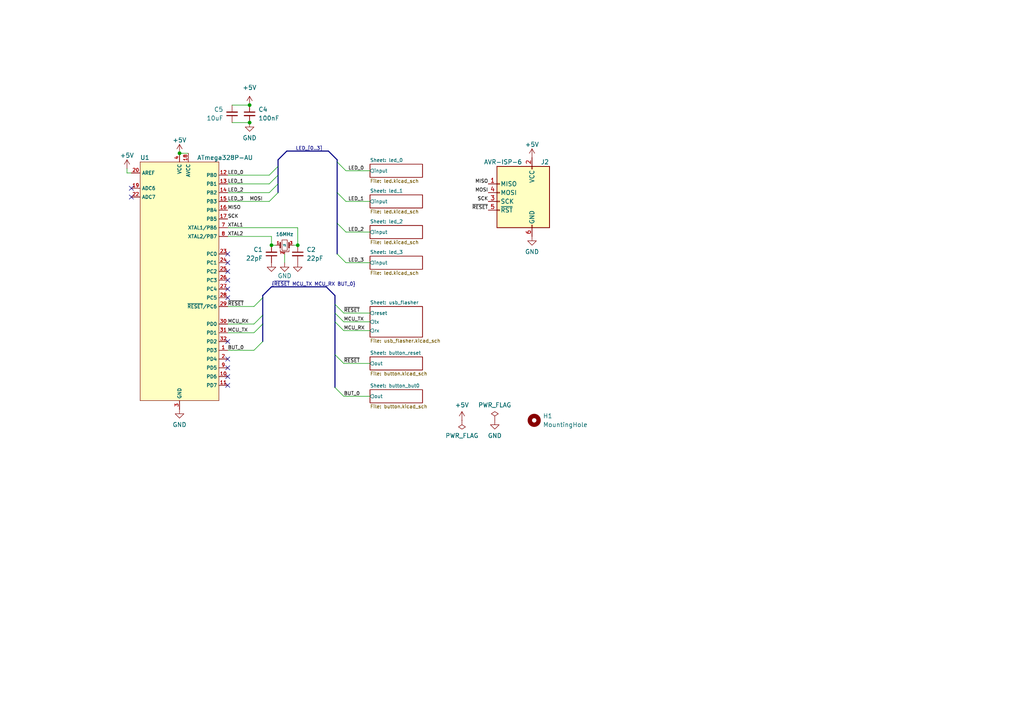
<source format=kicad_sch>
(kicad_sch (version 20211123) (generator eeschema)
  (paper "A4")
  (lib_symbols
    (symbol "New_Library:ATmega328P-AU"
      (property "Reference" "U" (at -13.335 -3.175 0))
      (property "Value" "ATmega328P-AU" (at 10.16 -3.175 0))
      (symbol "ATmega328P-AU_0_0"
        (pin bidirectional line (at 11.43 -59.055 180) (length 2.54) (name "PD3") (number "1"))
        (pin bidirectional line (at 11.43 -66.675 180) (length 2.54) (name "PD6") (number "10"))
        (pin bidirectional line (at 11.43 -69.215 180) (length 2.54) (name "PD7") (number "11"))
        (pin bidirectional line (at 11.43 -13.335 180) (length 2.54) (name "PB2") (number "14"))
        (pin bidirectional line (at 11.43 -15.875 180) (length 2.54) (name "PB3") (number "15"))
        (pin bidirectional line (at 11.43 -18.415 180) (length 2.54) (name "PB4") (number "16"))
        (pin bidirectional line (at 11.43 -20.955 180) (length 2.54) (name "PB5") (number "17"))
        (pin input line (at 0 -1.905 270) (length 2.54) (name "AVCC") (number "18"))
        (pin input line (at -16.51 -12.065 0) (length 2.54) (name "ADC6") (number "19"))
        (pin bidirectional line (at 11.43 -61.595 180) (length 2.54) (name "PD4") (number "2"))
        (pin input line (at -16.51 -7.62 0) (length 2.54) (name "AREF") (number "20"))
        (pin passive line (at -2.54 -76.2 90) (length 2.54) hide (name "GND") (number "21"))
        (pin input line (at -16.51 -14.605 0) (length 2.54) (name "ADC7") (number "22"))
        (pin bidirectional line (at 11.43 -31.115 180) (length 2.54) (name "PC0") (number "23"))
        (pin bidirectional line (at 11.43 -33.655 180) (length 2.54) (name "PC1") (number "24"))
        (pin bidirectional line (at 11.43 -36.195 180) (length 2.54) (name "PC2") (number "25"))
        (pin bidirectional line (at 11.43 -38.735 180) (length 2.54) (name "PC3") (number "26"))
        (pin bidirectional line (at 11.43 -41.275 180) (length 2.54) (name "PC4") (number "27"))
        (pin bidirectional line (at 11.43 -43.815 180) (length 2.54) (name "PC5") (number "28"))
        (pin bidirectional line (at 11.43 -46.355 180) (length 2.54) (name "~{RESET}/PC6") (number "29"))
        (pin passive line (at -2.54 -76.2 90) (length 2.54) (name "GND") (number "3"))
        (pin bidirectional line (at 11.43 -51.435 180) (length 2.54) (name "PD0") (number "30"))
        (pin bidirectional line (at 11.43 -53.975 180) (length 2.54) (name "PD1") (number "31"))
        (pin bidirectional line (at 11.43 -56.515 180) (length 2.54) (name "PD2") (number "32"))
        (pin input line (at -2.54 -1.905 270) (length 2.54) (name "VCC") (number "4"))
        (pin passive line (at -2.54 -76.2 90) (length 2.54) hide (name "GND") (number "5"))
        (pin input line (at -2.54 -1.905 270) (length 2.54) hide (name "VCC") (number "6"))
        (pin bidirectional line (at 11.43 -23.495 180) (length 2.54) (name "XTAL1/PB6") (number "7"))
        (pin bidirectional line (at 11.43 -26.035 180) (length 2.54) (name "XTAL2/PB7") (number "8"))
        (pin bidirectional line (at 11.43 -64.135 180) (length 2.54) (name "PD5") (number "9"))
      )
      (symbol "ATmega328P-AU_0_1"
        (rectangle (start -13.97 -4.445) (end 8.89 -73.66) (fill (type background)))
      )
      (symbol "ATmega328P-AU_1_1"
        (pin bidirectional line (at 11.43 -8.255 180) (length 2.54) (name "PB0") (number "12"))
        (pin bidirectional line (at 11.43 -10.795 180) (length 2.54) (name "PB1") (number "13"))
      )
    )
    (symbol "New_Library:AVR-ISP-6" (pin_names (offset 1.016))
      (property "Reference" "J" (at -6.35 11.43 0))
      (property "Value" "AVR-ISP-6" (at 0 11.43 0))
      (symbol "AVR-ISP-6_0_1"
        (rectangle (start -2.667 -6.858) (end -2.413 -7.62))
        (rectangle (start -2.667 10.16) (end -2.413 9.398))
        (rectangle (start 7.62 -2.413) (end 6.858 -2.667))
        (rectangle (start 7.62 0.127) (end 6.858 -0.127))
        (rectangle (start 7.62 2.667) (end 6.858 2.413))
        (rectangle (start 7.62 5.207) (end 6.858 4.953))
        (rectangle (start 7.62 10.16) (end -7.62 -7.62) (stroke (width 0.254)) (fill (type background)))
      )
      (symbol "AVR-ISP-6_1_1"
        (pin passive line (at 10.16 5.08 180) (length 2.54) (name "MISO") (number "1"))
        (pin passive line (at -2.54 12.7 270) (length 2.54) (name "VCC") (number "2"))
        (pin passive line (at 10.16 0 180) (length 2.54) (name "SCK") (number "3"))
        (pin passive line (at 10.16 2.54 180) (length 2.54) (name "MOSI") (number "4"))
        (pin passive line (at 10.16 -2.54 180) (length 2.54) (name "~{RST}") (number "5"))
        (pin passive line (at -2.54 -10.16 90) (length 2.54) (name "GND") (number "6"))
      )
    )
    (symbol "New_Library:C" (pin_numbers hide) (pin_names (offset 0.254) hide)
      (property "Reference" "C" (at 0.254 1.778 0))
      (property "Value" "C" (at 0.254 -2.032 0))
      (symbol "C_0_1"
        (polyline (pts (xy -1.524 -0.508) (xy 1.524 -0.508)) (stroke (width 0.3302)))
        (polyline (pts (xy -1.524 0.508) (xy 1.524 0.508)) (stroke (width 0.3048)))
      )
      (symbol "C_1_1"
        (pin passive line (at 0 2.54 270) (length 2.032) (name "~") (number "1"))
        (pin passive line (at 0 -2.54 90) (length 2.032) (name "~") (number "2"))
      )
    )
    (symbol "New_Library:Crystal_GND2_Small" (pin_names (offset 1.016) hide)
      (property "Reference" "Y" (at 0 5.08 0))
      (property "Value" "Crystal_GND2_Small" (at 0 3.175 0))
      (symbol "Crystal_GND2_Small_0_1"
        (rectangle (start -0.762 -1.524) (end 0.762 1.524))
        (polyline (pts (xy -1.27 -0.762) (xy -1.27 0.762)) (stroke (width 0.381)))
        (polyline (pts (xy 1.27 -0.762) (xy 1.27 0.762)) (stroke (width 0.381)))
        (polyline (pts (xy -1.27 -1.27) (xy -1.27 -1.905) (xy 1.27 -1.905) (xy 1.27 -1.27)))
      )
      (symbol "Crystal_GND2_Small_1_1"
        (pin passive line (at -2.54 0 0) (length 1.27) (name "1") (number "1"))
        (pin passive line (at 0 -2.54 90) (length 0.635) (name "2") (number "2"))
        (pin passive line (at 2.54 0 180) (length 1.27) (name "3") (number "3"))
      )
    )
    (symbol "New_Library:MountingHole" (pin_names (offset 1.016))
      (property "Reference" "H" (at 0 5.08 0))
      (property "Value" "MountingHole" (at 0 3.175 0))
      (symbol "MountingHole_0_1"
        (circle (center 0 0) (radius 1.27) (stroke (width 1.27)))
      )
    )
    (symbol "power:+5V" (power) (pin_names (offset 0))
      (property "Value" "+5V" (at 0 3.556 0))
      (symbol "+5V_0_1"
        (polyline (pts (xy -0.762 1.27) (xy 0 2.54)))
        (polyline (pts (xy 0 0) (xy 0 2.54)))
        (polyline (pts (xy 0 2.54) (xy 0.762 1.27)))
      )
      (symbol "+5V_1_1"
        (pin power_in line (at 0 0 90) (length 0) hide (name "+5V") (number "1"))
      )
    )
    (symbol "power:GND" (power) (pin_names (offset 0))
      (property "Value" "GND" (at 0 -3.81 0))
      (symbol "GND_0_1"
        (polyline (pts (xy 0 0) (xy 0 -1.27) (xy 1.27 -1.27) (xy 0 -2.54) (xy -1.27 -1.27) (xy 0 -1.27)))
      )
      (symbol "GND_1_1"
        (pin power_in line (at 0 0 270) (length 0) hide (name "GND") (number "1"))
      )
    )
    (symbol "power:PWR_FLAG" (power) (pin_numbers hide) (pin_names (offset 0) hide)
      (property "Value" "PWR_FLAG" (at 0 3.81 0))
      (symbol "PWR_FLAG_0_0"
        (pin power_out line (at 0 0 90) (length 0) (name "pwr") (number "1"))
      )
      (symbol "PWR_FLAG_0_1"
        (polyline (pts (xy 0 0) (xy 0 1.27) (xy -1.016 1.905) (xy 0 2.54) (xy 1.016 1.905) (xy 0 1.27)))
      )
    )
  )
  (junction (at 78.74 71.12))
  (junction (at 72.39 30.48))
  (junction (at 72.39 35.56))
  (junction (at 86.36 71.12))
  (junction (at 52.07 44.45))
  (no_connect (at 38.1 57.15))
  (no_connect (at 66.04 104.14))
  (no_connect (at 66.04 106.68))
  (no_connect (at 66.04 109.22))
  (no_connect (at 66.04 111.76))
  (no_connect (at 66.04 76.2))
  (no_connect (at 66.04 78.74))
  (no_connect (at 66.04 81.28))
  (no_connect (at 66.04 83.82))
  (no_connect (at 66.04 86.36))
  (no_connect (at 66.04 99.06))
  (no_connect (at 66.04 73.66))
  (no_connect (at 38.1 54.61))
  (bus_entry (at 97.155 112.395) (size 2.54 2.54))
  (bus_entry (at 97.79 73.66) (size 2.54 2.54))
  (bus_entry (at 73.66 88.9) (size 2.54 -2.54))
  (bus_entry (at 97.155 102.87) (size 2.54 2.54))
  (bus_entry (at 97.79 46.99) (size 2.54 2.54))
  (bus_entry (at 97.79 64.77) (size 2.54 2.54))
  (bus_entry (at 78.105 58.42) (size 2.54 -2.54))
  (bus_entry (at 78.105 55.88) (size 2.54 -2.54))
  (bus_entry (at 78.105 50.8) (size 2.54 -2.54))
  (bus_entry (at 78.105 53.34) (size 2.54 -2.54))
  (bus_entry (at 97.155 88.265) (size 2.54 2.54))
  (bus_entry (at 97.155 93.345) (size 2.54 2.54))
  (bus_entry (at 97.155 90.805) (size 2.54 2.54))
  (bus_entry (at 73.66 93.98) (size 2.54 -2.54))
  (bus_entry (at 73.66 96.52) (size 2.54 -2.54))
  (bus_entry (at 73.66 101.6) (size 2.54 -2.54))
  (bus_entry (at 97.79 55.88) (size 2.54 2.54))
  (wire (pts (xy 99.695 93.345) (xy 107.315 93.345)))
  (wire (pts (xy 67.31 30.48) (xy 72.39 30.48)))
  (bus (pts (xy 80.645 50.8) (xy 80.645 48.26)))
  (wire (pts (xy 100.33 58.42) (xy 107.315 58.42)))
  (bus (pts (xy 80.645 55.88) (xy 80.645 53.34)))
  (bus (pts (xy 76.2 91.44) (xy 76.2 93.98)))
  (wire (pts (xy 36.83 50.165) (xy 38.1 50.165)))
  (wire (pts (xy 85.09 71.12) (xy 86.36 71.12)))
  (bus (pts (xy 76.2 93.98) (xy 76.2 99.06)))
  (wire (pts (xy 66.04 55.88) (xy 78.105 55.88)))
  (bus (pts (xy 97.155 90.805) (xy 97.155 93.345)))
  (wire (pts (xy 86.36 71.12) (xy 86.36 66.04)))
  (bus (pts (xy 97.79 46.99) (xy 97.79 55.88)))
  (wire (pts (xy 66.04 50.8) (xy 78.105 50.8)))
  (bus (pts (xy 76.2 85.725) (xy 78.74 83.185)))
  (wire (pts (xy 78.74 68.58) (xy 66.04 68.58)))
  (bus (pts (xy 80.645 46.355) (xy 83.185 43.815)))
  (wire (pts (xy 66.04 53.34) (xy 78.105 53.34)))
  (bus (pts (xy 97.155 85.725) (xy 97.155 88.265)))
  (wire (pts (xy 66.04 58.42) (xy 78.105 58.42)))
  (bus (pts (xy 80.645 48.26) (xy 80.645 46.355)))
  (wire (pts (xy 99.695 90.805) (xy 107.315 90.805)))
  (wire (pts (xy 52.07 44.45) (xy 54.61 44.45)))
  (wire (pts (xy 78.74 71.12) (xy 80.01 71.12)))
  (wire (pts (xy 99.695 95.885) (xy 107.315 95.885)))
  (wire (pts (xy 100.33 49.53) (xy 107.315 49.53)))
  (bus (pts (xy 94.615 83.185) (xy 97.155 85.725)))
  (bus (pts (xy 97.79 55.88) (xy 97.79 64.77)))
  (wire (pts (xy 100.33 67.31) (xy 107.315 67.31)))
  (wire (pts (xy 82.55 76.2) (xy 82.55 73.66)))
  (bus (pts (xy 76.2 86.36) (xy 76.2 91.44)))
  (bus (pts (xy 97.79 46.355) (xy 97.79 46.99)))
  (wire (pts (xy 99.695 105.41) (xy 107.315 105.41)))
  (wire (pts (xy 66.04 96.52) (xy 73.66 96.52)))
  (bus (pts (xy 83.185 43.815) (xy 95.25 43.815)))
  (bus (pts (xy 97.155 93.345) (xy 97.155 102.87)))
  (wire (pts (xy 67.31 35.56) (xy 72.39 35.56)))
  (bus (pts (xy 80.645 53.34) (xy 80.645 50.8)))
  (bus (pts (xy 97.155 88.265) (xy 97.155 90.805)))
  (wire (pts (xy 78.74 71.12) (xy 78.74 68.58)))
  (wire (pts (xy 100.33 76.2) (xy 107.315 76.2)))
  (wire (pts (xy 66.04 101.6) (xy 73.66 101.6)))
  (wire (pts (xy 99.695 114.935) (xy 107.315 114.935)))
  (bus (pts (xy 97.155 102.87) (xy 97.155 112.395)))
  (bus (pts (xy 76.2 85.725) (xy 76.2 86.36)))
  (bus (pts (xy 78.74 83.185) (xy 94.615 83.185)))
  (wire (pts (xy 36.83 48.895) (xy 36.83 50.165)))
  (bus (pts (xy 95.25 43.815) (xy 97.79 46.355)))
  (wire (pts (xy 86.36 66.04) (xy 66.04 66.04)))
  (wire (pts (xy 66.04 88.9) (xy 73.66 88.9)))
  (wire (pts (xy 66.04 93.98) (xy 73.66 93.98)))
  (bus (pts (xy 97.79 64.77) (xy 97.79 73.66)))
  (label "MCU_TX" (at 66.04 96.52 0) (effects (font (size 1 1))))
  (label "SCK" (at 141.605 58.42 180) (effects (font (size 1 1))))
  (label "BUT_0" (at 99.695 114.935 0) (effects (font (size 1 1))))
  (label "LED_0" (at 100.965 49.53 0) (effects (font (size 1 1))))
  (label "SCK" (at 66.04 63.5 0) (effects (font (size 1 1))))
  (label "~{RESET}" (at 141.605 60.96 180) (effects (font (size 1 1))))
  (label "MOSI" (at 72.39 58.42 0) (effects (font (size 1 1))))
  (label "MISO" (at 66.04 60.96 0) (effects (font (size 1 1))))
  (label "~{RESET}" (at 99.695 105.41 0) (effects (font (size 1 1))))
  (label "~{RESET}" (at 66.04 88.9 0) (effects (font (size 1 1))))
  (label "~{RESET}" (at 99.695 90.805 0) (effects (font (size 1 1))))
  (label "MCU_RX" (at 99.695 95.885 0) (effects (font (size 1 1))))
  (label "MISO" (at 141.605 53.34 180) (effects (font (size 1 1))))
  (label "LED_1" (at 100.965 58.42 0) (effects (font (size 1 1))))
  (label "XTAL1" (at 66.04 66.04 0) (effects (font (size 1 1))))
  (label "MOSI" (at 141.605 55.88 180) (effects (font (size 1 1))))
  (label "BUT_0" (at 66.04 101.6 0) (effects (font (size 1 1))))
  (label "LED_1" (at 66.04 53.34 0) (effects (font (size 1 1))))
  (label "LED_3" (at 100.965 76.2 0) (effects (font (size 1 1))))
  (label "{~{RESET} MCU_TX MCU_RX BUT_0}" (at 78.74 83.185 0) (effects (font (size 1 1))))
  (label "MCU_RX" (at 66.04 93.98 0) (effects (font (size 1 1))))
  (label "MCU_TX" (at 99.695 93.345 0) (effects (font (size 1 1))))
  (label "LED_2" (at 100.965 67.31 0) (effects (font (size 1 1))))
  (label "LED_0" (at 66.04 50.8 0) (effects (font (size 1 1))))
  (label "LED_[0..3]" (at 85.725 43.815 0) (effects (font (size 1 1))))
  (label "XTAL2" (at 66.04 68.58 0) (effects (font (size 1 1))))
  (label "LED_2" (at 66.04 55.88 0) (effects (font (size 1 1))))
  (label "LED_3" (at 66.04 58.42 0) (effects (font (size 1 1))))
  (symbol (lib_id "power:GND") (at 143.51 121.92 0) (unit 1)
    (property "Reference" "#PWR0112" (effects hide))
    (property "Value" "GND" (at 143.51 126.365 0))
  )
  (symbol (lib_id "power:GND") (at 72.39 35.56 0) (unit 1)
    (property "Reference" "#PWR0105" (effects hide))
    (property "Value" "GND" (at 72.39 40.005 0))
  )
  (symbol (lib_id "New_Library:AVR-ISP-6") (at 151.765 58.42 0) (mirror y) (unit 1)
    (property "Reference" "J2" (at 156.845 46.99 0) (effects (justify right)))
    (property "Value" "AVR-ISP-6" (at 140.335 46.99 0) (effects (justify right)))
    (property "Footprint" "footprint:AVR-ISP-6" (effects hide))
    (property "Datasheet" " ~" (effects hide))
  )
  (symbol (lib_id "New_Library:Crystal_GND2_Small") (at 82.55 71.12 0) (unit 1)
    (property "Reference" "Y1" (at 82.55 71.12 0) (effects (font (size 0.5 0.5))))
    (property "Value" "16MHz" (at 82.55 67.945 0) (effects (font (size 1 1))))
    (property "Footprint" "footprint:CRISTAL_16MH" (effects hide))
  )
  (symbol (lib_id "New_Library:ATmega328P-AU") (at 54.61 42.545 0) (unit 1)
    (property "Reference" "U1" (at 40.64 45.72 0) (effects (justify left)))
    (property "Value" "ATmega328P-AU" (at 57.15 45.72 0) (effects (justify left)))
    (property "Footprint" "footprint:ATMEGA328P_AU" (effects hide))
  )
  (symbol (lib_id "New_Library:MountingHole") (at 154.94 121.92 0) (unit 1)
    (property "Reference" "H1" (at 157.48 120.6499 0) (effects (justify left)))
    (property "Value" "MountingHole" (at 157.48 123.1899 0) (effects (justify left)))
    (property "Footprint" "footprint:MountingHole_2.1mm" (effects hide))
  )
  (symbol (lib_id "power:+5V") (at 154.305 45.72 0) (unit 1)
    (property "Reference" "#PWR0110" (effects hide))
    (property "Value" "+5V" (at 154.305 41.91 0))
  )
  (symbol (lib_id "power:GND") (at 86.36 76.2 0) (unit 1)
    (property "Reference" "#PWR0108" (effects hide))
    (property "Value" "GND" (effects hide))
  )
  (symbol (lib_id "power:GND") (at 52.07 118.745 0) (unit 1)
    (property "Reference" "#PWR0101" (effects hide))
    (property "Value" "GND" (at 52.07 123.19 0))
  )
  (symbol (lib_id "power:PWR_FLAG") (at 133.985 121.92 180) (unit 1)
    (property "Reference" "#FLG0101" (effects hide))
    (property "Value" "PWR_FLAG" (at 133.985 126.365 0))
  )
  (symbol (lib_id "New_Library:C") (at 78.74 73.66 0) (mirror x) (unit 1)
    (property "Reference" "C1" (at 76.2 72.3835 0) (effects (justify right)))
    (property "Value" "22pF" (at 76.2 74.9235 0) (effects (justify right)))
    (property "Footprint" "footprint:C_0603" (effects hide))
  )
  (symbol (lib_id "New_Library:C") (at 86.36 73.66 0) (unit 1)
    (property "Reference" "C2" (at 88.9 72.3962 0) (effects (justify left)))
    (property "Value" "22pF" (at 88.9 74.9362 0) (effects (justify left)))
    (property "Footprint" "footprint:C_0603" (effects hide))
  )
  (symbol (lib_id "New_Library:C") (at 67.31 33.02 0) (mirror x) (unit 1)
    (property "Reference" "C5" (at 64.77 31.7435 0) (effects (justify right)))
    (property "Value" "10uF" (at 64.77 34.2835 0) (effects (justify right)))
    (property "Footprint" "footprint:C_0603" (effects hide))
  )
  (symbol (lib_id "power:GND") (at 82.55 76.2 0) (unit 1)
    (property "Reference" "#PWR0106" (effects hide))
    (property "Value" "GND" (at 82.55 80.01 0))
  )
  (symbol (lib_id "power:GND") (at 154.305 68.58 0) (unit 1)
    (property "Reference" "#PWR0109" (effects hide))
    (property "Value" "GND" (at 154.305 73.025 0))
  )
  (symbol (lib_id "power:+5V") (at 52.07 44.45 0) (unit 1)
    (property "Reference" "#PWR0102" (effects hide))
    (property "Value" "+5V" (at 52.07 40.64 0))
  )
  (symbol (lib_id "New_Library:C") (at 72.39 33.02 0) (unit 1)
    (property "Reference" "C4" (at 74.93 31.7562 0) (effects (justify left)))
    (property "Value" "100nF" (at 74.93 34.2962 0) (effects (justify left)))
    (property "Footprint" "footprint:C_0603" (effects hide))
  )
  (symbol (lib_id "power:GND") (at 78.74 76.2 0) (unit 1)
    (property "Reference" "#PWR0107" (effects hide))
    (property "Value" "GND" (effects hide))
  )
  (symbol (lib_id "power:+5V") (at 133.985 121.92 0) (unit 1)
    (property "Reference" "#PWR0111" (effects hide))
    (property "Value" "+5V" (at 133.985 117.475 0))
  )
  (symbol (lib_id "power:+5V") (at 36.83 48.895 0) (unit 1)
    (property "Reference" "#PWR0103" (effects hide))
    (property "Value" "+5V" (at 36.83 45.085 0))
  )
  (symbol (lib_id "power:PWR_FLAG") (at 143.51 121.92 0) (unit 1)
    (property "Reference" "#FLG0102" (effects hide))
    (property "Value" "PWR_FLAG" (at 143.51 117.475 0))
  )
  (symbol (lib_id "power:+5V") (at 72.39 30.48 0) (unit 1)
    (property "Reference" "#PWR0104" (effects hide))
    (property "Value" "+5V" (at 72.39 25.4 0))
  )
  (sheet (at 107.315 56.515) (size 15.24 3.81) (stroke (width 0.1524))
    (property "Sheet name" "Sheet: led_1" (at 107.315 55.9384 0) (effects (font (size 1 1)) (justify left bottom)))
    (property "Sheet file" "led.kicad_sch" (at 107.315 60.8016 0) (effects (font (size 1 1)) (justify left top)))
    (pin "input" output (at 107.315 58.42 180) (effects (font (size 1 1))))
  )
  (sheet (at 107.315 47.625) (size 15.24 3.81) (stroke (width 0.1524))
    (property "Sheet name" "Sheet: led_0" (at 107.315 47.0484 0) (effects (font (size 1 1)) (justify left bottom)))
    (property "Sheet file" "led.kicad_sch" (at 107.315 51.9116 0) (effects (font (size 1 1)) (justify left top)))
    (pin "input" output (at 107.315 49.53 180) (effects (font (size 1 1))))
  )
  (sheet (at 107.315 88.9) (size 15.24 8.89) (stroke (width 0.1524))
    (property "Sheet name" "Sheet: usb_flasher" (at 107.315 88.3234 0) (effects (font (size 1 1)) (justify left bottom)))
    (property "Sheet file" "usb_flasher.kicad_sch" (at 107.315 98.2666 0) (effects (font (size 1 1)) (justify left top)))
    (pin "rx" output (at 107.315 95.885 180) (effects (font (size 1 1))))
    (pin "tx" output (at 107.315 93.345 180) (effects (font (size 1 1))))
    (pin "reset" output (at 107.315 90.805 180) (effects (font (size 1 1))))
  )
  (sheet (at 107.315 74.295) (size 15.24 3.81) (stroke (width 0.1524))
    (property "Sheet name" "Sheet: led_3" (at 107.315 73.7184 0) (effects (font (size 1 1)) (justify left bottom)))
    (property "Sheet file" "led.kicad_sch" (at 107.315 78.5816 0) (effects (font (size 1 1)) (justify left top)))
    (pin "input" output (at 107.315 76.2 180) (effects (font (size 1 1))))
  )
  (sheet (at 107.315 65.405) (size 15.24 3.81) (stroke (width 0.1524))
    (property "Sheet name" "Sheet: led_2" (at 107.315 64.8284 0) (effects (font (size 1 1)) (justify left bottom)))
    (property "Sheet file" "led.kicad_sch" (at 107.315 69.6916 0) (effects (font (size 1 1)) (justify left top)))
    (pin "input" output (at 107.315 67.31 180) (effects (font (size 1 1))))
  )
  (sheet (at 107.315 113.03) (size 15.24 3.81) (stroke (width 0.1524))
    (property "Sheet name" "Sheet: button_but0" (at 107.315 112.4534 0) (effects (font (size 1 1)) (justify left bottom)))
    (property "Sheet file" "button.kicad_sch" (at 107.315 117.3166 0) (effects (font (size 1 1)) (justify left top)))
    (pin "out" output (at 107.315 114.935 180) (effects (font (size 1 1))))
  )
  (sheet (at 107.315 103.505) (size 15.24 3.81) (stroke (width 0.1524))
    (property "Sheet name" "Sheet: button_reset" (at 107.315 102.9284 0) (effects (font (size 1 1)) (justify left bottom)))
    (property "Sheet file" "button.kicad_sch" (at 107.315 107.7916 0) (effects (font (size 1 1)) (justify left top)))
    (pin "out" output (at 107.315 105.41 180) (effects (font (size 1 1))))
  )
)
</source>
